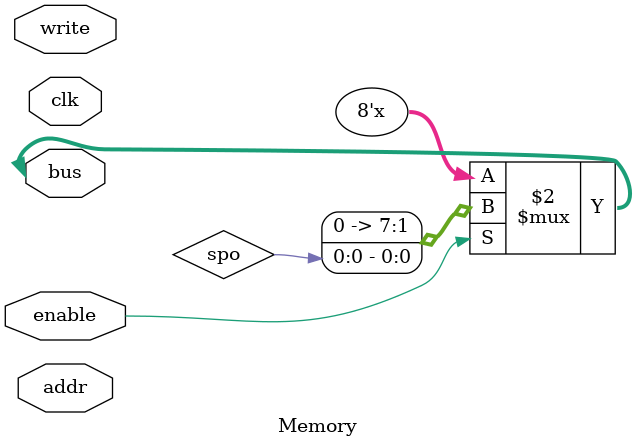
<source format=v>
/*******************************************************************************
*     This file is owned and controlled by Xilinx and must be used solely      *
*     for design, simulation, implementation and creation of design files      *
*     limited to Xilinx devices or technologies. Use with non-Xilinx           *
*     devices or technologies is expressly prohibited and immediately          *
*     terminates your license.                                                 *
*                                                                              *
*     XILINX IS PROVIDING THIS DESIGN, CODE, OR INFORMATION "AS IS" SOLELY     *
*     FOR USE IN DEVELOPING PROGRAMS AND SOLUTIONS FOR XILINX DEVICES.  BY     *
*     PROVIDING THIS DESIGN, CODE, OR INFORMATION AS ONE POSSIBLE              *
*     IMPLEMENTATION OF THIS FEATURE, APPLICATION OR STANDARD, XILINX IS       *
*     MAKING NO REPRESENTATION THAT THIS IMPLEMENTATION IS FREE FROM ANY       *
*     CLAIMS OF INFRINGEMENT, AND YOU ARE RESPONSIBLE FOR OBTAINING ANY        *
*     RIGHTS YOU MAY REQUIRE FOR YOUR IMPLEMENTATION.  XILINX EXPRESSLY        *
*     DISCLAIMS ANY WARRANTY WHATSOEVER WITH RESPECT TO THE ADEQUACY OF THE    *
*     IMPLEMENTATION, INCLUDING BUT NOT LIMITED TO ANY WARRANTIES OR           *
*     REPRESENTATIONS THAT THIS IMPLEMENTATION IS FREE FROM CLAIMS OF          *
*     INFRINGEMENT, IMPLIED WARRANTIES OF MERCHANTABILITY AND FITNESS FOR A    *
*     PARTICULAR PURPOSE.                                                      *
*                                                                              *
*     Xilinx products are not intended for use in life support appliances,     *
*     devices, or systems.  Use in such applications are expressly             *
*     prohibited.                                                              *
*                                                                              *
*     (c) Copyright 1995-2023 Xilinx, Inc.                                     *
*     All rights reserved.                                                     *
*******************************************************************************/
// You must compile the wrapper file Memory.v when simulating
// the core, Memory. When compiling the wrapper file, be sure to
// reference the XilinxCoreLib Verilog simulation library. For detailed
// instructions, please refer to the "CORE Generator Help".

// The synthesis directives "translate_off/translate_on" specified below are
// supported by Xilinx, Mentor Graphics and Synplicity synthesis
// tools. Ensure they are correct for your synthesis tool(s).

`timescale 1ns/1ps

module Memory(
    inout [7:0] bus,
    input [3:0] addr,
    input enable,
    input write,
    input clk
);

	wire spo;
	assign bus = enable ? spo : 8'bz;

// synthesis translate_off

  DIST_MEM_GEN_V7_2 #(
    .C_ADDR_WIDTH(4),
    .C_DEFAULT_DATA("0"),
    .C_DEPTH(16),
    .C_FAMILY("spartan6"),
    .C_HAS_CLK(1),
    .C_HAS_D(1),
    .C_HAS_DPO(0),
    .C_HAS_DPRA(0),
    .C_HAS_I_CE(0),
    .C_HAS_QDPO(0),
    .C_HAS_QDPO_CE(0),
    .C_HAS_QDPO_CLK(0),
    .C_HAS_QDPO_RST(0),
    .C_HAS_QDPO_SRST(0),
    .C_HAS_QSPO(0),
    .C_HAS_QSPO_CE(0),
    .C_HAS_QSPO_RST(0),
    .C_HAS_QSPO_SRST(0),
    .C_HAS_SPO(1),
    .C_HAS_SPRA(0),
    .C_HAS_WE(1),
    .C_MEM_INIT_FILE("Memory.mif"),
    .C_MEM_TYPE(1),
    .C_PARSER_TYPE(1),
    .C_PIPELINE_STAGES(0),
    .C_QCE_JOINED(0),
    .C_QUALIFY_WE(0),
    .C_READ_MIF(1),
    .C_REG_A_D_INPUTS(0),
    .C_REG_DPRA_INPUT(0),
    .C_SYNC_ENABLE(1),
    .C_WIDTH(8)
  )
  inst (
    .A(addr),
    .D(bus),
    .CLK(clk),
    .WE(write),
    .SPO(spo),
    .DPRA(),
    .SPRA(),
    .I_CE(),
    .QSPO_CE(),
    .QDPO_CE(),
    .QDPO_CLK(),
    .QSPO_RST(),
    .QDPO_RST(),
    .QSPO_SRST(),
    .QDPO_SRST(),
    .DPO(),
    .QSPO(),
    .QDPO()
  );

// synthesis translate_on

endmodule

</source>
